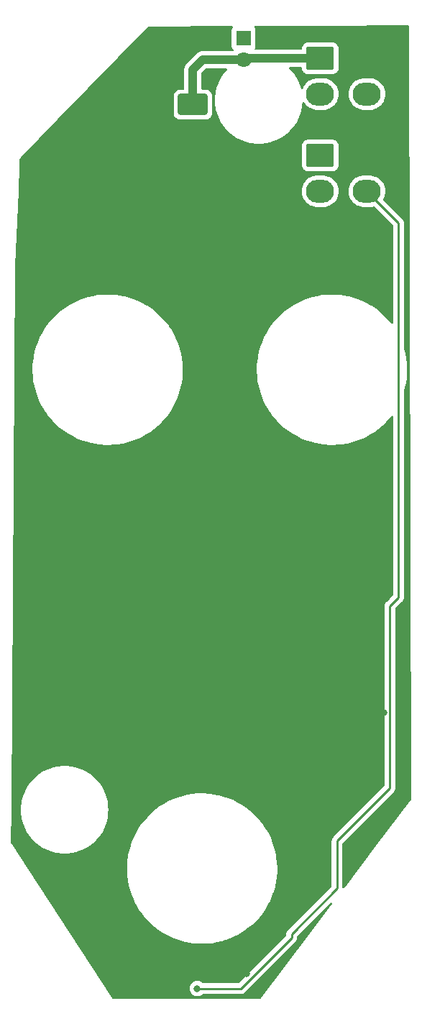
<source format=gbr>
%TF.GenerationSoftware,KiCad,Pcbnew,(6.0.9)*%
%TF.CreationDate,2023-01-06T08:37:15-09:00*%
%TF.ProjectId,APU PANEL,41505520-5041-44e4-954c-2e6b69636164,rev?*%
%TF.SameCoordinates,Original*%
%TF.FileFunction,Copper,L2,Bot*%
%TF.FilePolarity,Positive*%
%FSLAX46Y46*%
G04 Gerber Fmt 4.6, Leading zero omitted, Abs format (unit mm)*
G04 Created by KiCad (PCBNEW (6.0.9)) date 2023-01-06 08:37:15*
%MOMM*%
%LPD*%
G01*
G04 APERTURE LIST*
G04 Aperture macros list*
%AMRoundRect*
0 Rectangle with rounded corners*
0 $1 Rounding radius*
0 $2 $3 $4 $5 $6 $7 $8 $9 X,Y pos of 4 corners*
0 Add a 4 corners polygon primitive as box body*
4,1,4,$2,$3,$4,$5,$6,$7,$8,$9,$2,$3,0*
0 Add four circle primitives for the rounded corners*
1,1,$1+$1,$2,$3*
1,1,$1+$1,$4,$5*
1,1,$1+$1,$6,$7*
1,1,$1+$1,$8,$9*
0 Add four rect primitives between the rounded corners*
20,1,$1+$1,$2,$3,$4,$5,0*
20,1,$1+$1,$4,$5,$6,$7,0*
20,1,$1+$1,$6,$7,$8,$9,0*
20,1,$1+$1,$8,$9,$2,$3,0*%
G04 Aperture macros list end*
%TA.AperFunction,ComponentPad*%
%ADD10RoundRect,0.250001X-1.399999X1.099999X-1.399999X-1.099999X1.399999X-1.099999X1.399999X1.099999X0*%
%TD*%
%TA.AperFunction,ComponentPad*%
%ADD11O,3.300000X2.700000*%
%TD*%
%TA.AperFunction,SMDPad,CuDef*%
%ADD12RoundRect,0.250000X1.500000X1.000000X-1.500000X1.000000X-1.500000X-1.000000X1.500000X-1.000000X0*%
%TD*%
%TA.AperFunction,ComponentPad*%
%ADD13R,1.800000X1.800000*%
%TD*%
%TA.AperFunction,ComponentPad*%
%ADD14C,1.800000*%
%TD*%
%TA.AperFunction,ViaPad*%
%ADD15C,0.800000*%
%TD*%
%TA.AperFunction,Conductor*%
%ADD16C,1.000000*%
%TD*%
%TA.AperFunction,Conductor*%
%ADD17C,0.250000*%
%TD*%
G04 APERTURE END LIST*
D10*
%TO.P,J2,1,Pin_1*%
%TO.N,/LED+5V*%
X105039160Y-70670420D03*
D11*
%TO.P,J2,2,Pin_2*%
X105039160Y-74870420D03*
%TO.P,J2,3,Pin_3*%
%TO.N,/LEDGND*%
X110539160Y-70670420D03*
%TO.P,J2,4,Pin_4*%
%TO.N,/DATAOUT*%
X110539160Y-74870420D03*
%TD*%
D12*
%TO.P,C1,1*%
%TO.N,/LED+5V*%
X90040460Y-64673480D03*
%TO.P,C1,2*%
%TO.N,/LEDGND*%
X83540460Y-64673480D03*
%TD*%
D13*
%TO.P,D21,1,K*%
%TO.N,Net-(D21-Pad1)*%
X95999300Y-56855360D03*
D14*
%TO.P,D21,2,A*%
%TO.N,/LED+5V*%
X95999300Y-59395360D03*
%TD*%
D10*
%TO.P,J1,1,Pin_1*%
%TO.N,/LED+5V*%
X105039160Y-59227720D03*
D11*
%TO.P,J1,2,Pin_2*%
X105039160Y-63427720D03*
%TO.P,J1,3,Pin_3*%
%TO.N,/LEDGND*%
X110539160Y-59227720D03*
%TO.P,J1,4,Pin_4*%
%TO.N,/DATAIN*%
X110539160Y-63427720D03*
%TD*%
D15*
%TO.N,/LEDGND*%
X112514380Y-136253220D03*
X91795600Y-142283180D03*
X100944680Y-158224220D03*
X83822540Y-110878620D03*
X96393000Y-166987220D03*
X91564460Y-78325980D03*
X80837500Y-155587500D03*
X107965240Y-142295880D03*
X112892840Y-88516460D03*
X71262240Y-136362440D03*
X97312480Y-134157720D03*
X89484100Y-84734300D03*
X99982020Y-142242540D03*
X100189200Y-78179760D03*
X106609080Y-134391200D03*
X72600000Y-88450000D03*
X87579200Y-133637020D03*
X82181800Y-142151000D03*
X82016600Y-164195760D03*
%TO.N,/DATAOUT*%
X90556080Y-168752520D03*
%TD*%
D16*
%TO.N,/LED+5V*%
X90040460Y-64673480D02*
X90040460Y-60535820D01*
X96166940Y-59227720D02*
X95999300Y-59395360D01*
X90040460Y-60535820D02*
X91180920Y-59395360D01*
X91180920Y-59395360D02*
X95999300Y-59395360D01*
X105039160Y-59227720D02*
X96166940Y-59227720D01*
D17*
%TO.N,/DATAOUT*%
X114254280Y-78585540D02*
X110539160Y-74870420D01*
X90556080Y-168752520D02*
X95700702Y-168752520D01*
X113239381Y-145159899D02*
X113239381Y-123704181D01*
X101669681Y-162317599D02*
X107025440Y-156961840D01*
X101669681Y-162783541D02*
X101669681Y-162317599D01*
X107025440Y-156961840D02*
X107025440Y-151373840D01*
X114254280Y-122689282D02*
X114254280Y-78585540D01*
X95700702Y-168752520D02*
X101669681Y-162783541D01*
X113239381Y-123704181D02*
X114254280Y-122689282D01*
X107025440Y-151373840D02*
X113239381Y-145159899D01*
%TD*%
%TA.AperFunction,Conductor*%
%TO.N,/LEDGND*%
G36*
X115411264Y-55344453D02*
G01*
X115458017Y-55397882D01*
X115469659Y-55450432D01*
X115721309Y-146497524D01*
X115701495Y-146565700D01*
X115695721Y-146573987D01*
X111633707Y-151932634D01*
X107923310Y-156827424D01*
X107885352Y-156877498D01*
X107828261Y-156919702D01*
X107757416Y-156924340D01*
X107695310Y-156889940D01*
X107661660Y-156827424D01*
X107658940Y-156801383D01*
X107658940Y-151688434D01*
X107678942Y-151620313D01*
X107695845Y-151599339D01*
X113631628Y-145663556D01*
X113639918Y-145656012D01*
X113646399Y-145651899D01*
X113693040Y-145602231D01*
X113695794Y-145599390D01*
X113715516Y-145579668D01*
X113717993Y-145576475D01*
X113725698Y-145567454D01*
X113750540Y-145540999D01*
X113755967Y-145535220D01*
X113761742Y-145524715D01*
X113765727Y-145517467D01*
X113776583Y-145500940D01*
X113784138Y-145491201D01*
X113784139Y-145491199D01*
X113788995Y-145484939D01*
X113806555Y-145444359D01*
X113811772Y-145433711D01*
X113829256Y-145401908D01*
X113829257Y-145401906D01*
X113833076Y-145394959D01*
X113838114Y-145375336D01*
X113844518Y-145356633D01*
X113849414Y-145345319D01*
X113849414Y-145345318D01*
X113852562Y-145338044D01*
X113853801Y-145330221D01*
X113853804Y-145330211D01*
X113859480Y-145294375D01*
X113861886Y-145282755D01*
X113870909Y-145247610D01*
X113870909Y-145247609D01*
X113872881Y-145239929D01*
X113872881Y-145219675D01*
X113874432Y-145199964D01*
X113876361Y-145187785D01*
X113877601Y-145179956D01*
X113873440Y-145135937D01*
X113872881Y-145124080D01*
X113872881Y-124018776D01*
X113892883Y-123950655D01*
X113909786Y-123929680D01*
X114263897Y-123575570D01*
X114646538Y-123192929D01*
X114654817Y-123185395D01*
X114661298Y-123181282D01*
X114707924Y-123131630D01*
X114710678Y-123128789D01*
X114730415Y-123109052D01*
X114732895Y-123105855D01*
X114740600Y-123096833D01*
X114765439Y-123070382D01*
X114770866Y-123064603D01*
X114774685Y-123057657D01*
X114774687Y-123057654D01*
X114780628Y-123046848D01*
X114791479Y-123030329D01*
X114799038Y-123020583D01*
X114803894Y-123014323D01*
X114807039Y-123007054D01*
X114807042Y-123007050D01*
X114821454Y-122973745D01*
X114826671Y-122963095D01*
X114847975Y-122924342D01*
X114853013Y-122904719D01*
X114859417Y-122886016D01*
X114864313Y-122874702D01*
X114864313Y-122874701D01*
X114867461Y-122867427D01*
X114868700Y-122859604D01*
X114868703Y-122859594D01*
X114874379Y-122823758D01*
X114876785Y-122812138D01*
X114885808Y-122776993D01*
X114885808Y-122776992D01*
X114887780Y-122769312D01*
X114887780Y-122749058D01*
X114889331Y-122729347D01*
X114891260Y-122717168D01*
X114892500Y-122709339D01*
X114888339Y-122665320D01*
X114887780Y-122653463D01*
X114887780Y-98503855D01*
X114892601Y-98469336D01*
X114917113Y-98383287D01*
X115018503Y-98027353D01*
X115141594Y-97453184D01*
X115141896Y-97451115D01*
X115226059Y-96874200D01*
X115226060Y-96874187D01*
X115226362Y-96872120D01*
X115272435Y-96286715D01*
X115279609Y-95699544D01*
X115247853Y-95113189D01*
X115177307Y-94530227D01*
X115068281Y-93953222D01*
X114921254Y-93384712D01*
X114894152Y-93302763D01*
X114887780Y-93263200D01*
X114887780Y-78664307D01*
X114888307Y-78653124D01*
X114889982Y-78645631D01*
X114887842Y-78577554D01*
X114887780Y-78573595D01*
X114887780Y-78545684D01*
X114887275Y-78541684D01*
X114886342Y-78529841D01*
X114885202Y-78493569D01*
X114884953Y-78485650D01*
X114879302Y-78466198D01*
X114875294Y-78446846D01*
X114873747Y-78434603D01*
X114872754Y-78426743D01*
X114869836Y-78419372D01*
X114856480Y-78385637D01*
X114852635Y-78374410D01*
X114852001Y-78372227D01*
X114840298Y-78331947D01*
X114829987Y-78314512D01*
X114821292Y-78296764D01*
X114813832Y-78277923D01*
X114787844Y-78242153D01*
X114781328Y-78232233D01*
X114762860Y-78201005D01*
X114762858Y-78201002D01*
X114758822Y-78194178D01*
X114744501Y-78179857D01*
X114731660Y-78164823D01*
X114724411Y-78154846D01*
X114719752Y-78148433D01*
X114685675Y-78120242D01*
X114676896Y-78112252D01*
X112486339Y-75921694D01*
X112452313Y-75859382D01*
X112457378Y-75788566D01*
X112463925Y-75773932D01*
X112544650Y-75620499D01*
X112544653Y-75620493D01*
X112546775Y-75616459D01*
X112609538Y-75438732D01*
X112635062Y-75366453D01*
X112635062Y-75366452D01*
X112636585Y-75362140D01*
X112688741Y-75097520D01*
X112697942Y-74912697D01*
X112701924Y-74832712D01*
X112701924Y-74832706D01*
X112702151Y-74828143D01*
X112676535Y-74559651D01*
X112631202Y-74374387D01*
X112613515Y-74302108D01*
X112612429Y-74297670D01*
X112511175Y-74047687D01*
X112374895Y-73814938D01*
X112257088Y-73667628D01*
X112209296Y-73607867D01*
X112209295Y-73607865D01*
X112206444Y-73604301D01*
X112009351Y-73420186D01*
X111787744Y-73266452D01*
X111783661Y-73264421D01*
X111783658Y-73264419D01*
X111618766Y-73182387D01*
X111546266Y-73146319D01*
X111541932Y-73144898D01*
X111541929Y-73144897D01*
X111294307Y-73063722D01*
X111294301Y-73063721D01*
X111289974Y-73062302D01*
X111285482Y-73061522D01*
X111028020Y-73016819D01*
X111028012Y-73016818D01*
X111024239Y-73016163D01*
X111012977Y-73015602D01*
X110940582Y-73011998D01*
X110940574Y-73011998D01*
X110939011Y-73011920D01*
X110170648Y-73011920D01*
X110168380Y-73012085D01*
X110168368Y-73012085D01*
X110037276Y-73021597D01*
X109970156Y-73026467D01*
X109965701Y-73027451D01*
X109965698Y-73027451D01*
X109711248Y-73083629D01*
X109711244Y-73083630D01*
X109706788Y-73084614D01*
X109580680Y-73132392D01*
X109458842Y-73178552D01*
X109458839Y-73178553D01*
X109454572Y-73180170D01*
X109218792Y-73311134D01*
X109004387Y-73474763D01*
X108815848Y-73667628D01*
X108657126Y-73885690D01*
X108655004Y-73889724D01*
X108533670Y-74120341D01*
X108533667Y-74120347D01*
X108531545Y-74124381D01*
X108530025Y-74128686D01*
X108530023Y-74128690D01*
X108443258Y-74374387D01*
X108441735Y-74378700D01*
X108389579Y-74643320D01*
X108389352Y-74647873D01*
X108389352Y-74647876D01*
X108380151Y-74832712D01*
X108376169Y-74912697D01*
X108401785Y-75181189D01*
X108402870Y-75185623D01*
X108402871Y-75185629D01*
X108464805Y-75438732D01*
X108465891Y-75443170D01*
X108567145Y-75693153D01*
X108703425Y-75925902D01*
X108706278Y-75929469D01*
X108823846Y-76076480D01*
X108871876Y-76136539D01*
X109068969Y-76320654D01*
X109290576Y-76474388D01*
X109294659Y-76476419D01*
X109294662Y-76476421D01*
X109410173Y-76533886D01*
X109532054Y-76594521D01*
X109536388Y-76595942D01*
X109536391Y-76595943D01*
X109784013Y-76677118D01*
X109784019Y-76677119D01*
X109788346Y-76678538D01*
X109792837Y-76679318D01*
X109792838Y-76679318D01*
X110050300Y-76724021D01*
X110050308Y-76724022D01*
X110054081Y-76724677D01*
X110057918Y-76724868D01*
X110137738Y-76728842D01*
X110137746Y-76728842D01*
X110139309Y-76728920D01*
X110907672Y-76728920D01*
X110909940Y-76728755D01*
X110909952Y-76728755D01*
X111041044Y-76719243D01*
X111108164Y-76714373D01*
X111112619Y-76713389D01*
X111112622Y-76713389D01*
X111351227Y-76660709D01*
X111422058Y-76665555D01*
X111467486Y-76694651D01*
X113583875Y-78811040D01*
X113617901Y-78873352D01*
X113620780Y-78900135D01*
X113620780Y-90350809D01*
X113600778Y-90418930D01*
X113547122Y-90465423D01*
X113476848Y-90475527D01*
X113412268Y-90446033D01*
X113394551Y-90427164D01*
X113289831Y-90289700D01*
X113289815Y-90289680D01*
X113288560Y-90288033D01*
X112902540Y-89845529D01*
X112488041Y-89429581D01*
X112321647Y-89283400D01*
X112048460Y-89043400D01*
X112048459Y-89043400D01*
X112046888Y-89042019D01*
X111581019Y-88684545D01*
X111092483Y-88358732D01*
X110995214Y-88302800D01*
X110585242Y-88067055D01*
X110585230Y-88067049D01*
X110583429Y-88066013D01*
X110056094Y-87807674D01*
X110054165Y-87806883D01*
X110054152Y-87806877D01*
X109514736Y-87585647D01*
X109514730Y-87585645D01*
X109512797Y-87584852D01*
X109510824Y-87584192D01*
X109510819Y-87584190D01*
X109246091Y-87495613D01*
X108955927Y-87398526D01*
X108953926Y-87398001D01*
X108389936Y-87250040D01*
X108389922Y-87250037D01*
X108387933Y-87249515D01*
X107811313Y-87138476D01*
X107809249Y-87138219D01*
X107809237Y-87138217D01*
X107519957Y-87102185D01*
X107228601Y-87065895D01*
X107226517Y-87065775D01*
X107226508Y-87065774D01*
X106685961Y-87034606D01*
X106685957Y-87034606D01*
X106684138Y-87034501D01*
X106273707Y-87034501D01*
X105839107Y-87048918D01*
X105837029Y-87049125D01*
X105837020Y-87049126D01*
X105256866Y-87107033D01*
X105256855Y-87107035D01*
X105254796Y-87107240D01*
X105252752Y-87107582D01*
X105252745Y-87107583D01*
X104677681Y-87203816D01*
X104677668Y-87203819D01*
X104675634Y-87204159D01*
X104673628Y-87204633D01*
X104673619Y-87204635D01*
X104106195Y-87338768D01*
X104104169Y-87339247D01*
X103913186Y-87398001D01*
X103544901Y-87511300D01*
X103544890Y-87511304D01*
X103542913Y-87511912D01*
X103540977Y-87512651D01*
X103540972Y-87512653D01*
X103327911Y-87594013D01*
X102994335Y-87721394D01*
X102460845Y-87966772D01*
X102459006Y-87967771D01*
X102459003Y-87967772D01*
X102278066Y-88066013D01*
X101944791Y-88246966D01*
X101448440Y-88560746D01*
X101446774Y-88561961D01*
X101446762Y-88561969D01*
X100975644Y-88905515D01*
X100975636Y-88905521D01*
X100973977Y-88906731D01*
X100523486Y-89283400D01*
X100098949Y-89689096D01*
X99702232Y-90122036D01*
X99700934Y-90123656D01*
X99700929Y-90123662D01*
X99419033Y-90475527D01*
X99335081Y-90580316D01*
X98999108Y-91061922D01*
X98998033Y-91063703D01*
X98998033Y-91063704D01*
X98696870Y-91562946D01*
X98696863Y-91562959D01*
X98695792Y-91564734D01*
X98426466Y-92086544D01*
X98192315Y-92625055D01*
X97994368Y-93177900D01*
X97833495Y-93742649D01*
X97710404Y-94316818D01*
X97710103Y-94318882D01*
X97710102Y-94318887D01*
X97679571Y-94528174D01*
X97625636Y-94897882D01*
X97579563Y-95483287D01*
X97572389Y-96070458D01*
X97604145Y-96656813D01*
X97674691Y-97239775D01*
X97783717Y-97816780D01*
X97930744Y-98385290D01*
X98115125Y-98942807D01*
X98115912Y-98944745D01*
X98335260Y-99484934D01*
X98335267Y-99484950D01*
X98336050Y-99486878D01*
X98336968Y-99488769D01*
X98336970Y-99488773D01*
X98431504Y-99683458D01*
X98592546Y-100015112D01*
X98883487Y-100525185D01*
X98884621Y-100526899D01*
X98884627Y-100526908D01*
X99004542Y-100708080D01*
X99207592Y-101014856D01*
X99208836Y-101016489D01*
X99208841Y-101016496D01*
X99339465Y-101187964D01*
X99563438Y-101481969D01*
X99949458Y-101924473D01*
X100363957Y-102340421D01*
X100365520Y-102341794D01*
X100365522Y-102341796D01*
X100531863Y-102487930D01*
X100805110Y-102727983D01*
X101270979Y-103085457D01*
X101759515Y-103411270D01*
X101761336Y-103412317D01*
X102266756Y-103702947D01*
X102266768Y-103702953D01*
X102268569Y-103703989D01*
X102795904Y-103962328D01*
X102797833Y-103963119D01*
X102797846Y-103963125D01*
X103337262Y-104184355D01*
X103337268Y-104184357D01*
X103339201Y-104185150D01*
X103341174Y-104185810D01*
X103341179Y-104185812D01*
X103554981Y-104257349D01*
X103896071Y-104371476D01*
X103898071Y-104372001D01*
X103898072Y-104372001D01*
X104462062Y-104519962D01*
X104462076Y-104519965D01*
X104464065Y-104520487D01*
X105040685Y-104631526D01*
X105042749Y-104631783D01*
X105042761Y-104631785D01*
X105291461Y-104662762D01*
X105623397Y-104704107D01*
X105625481Y-104704227D01*
X105625490Y-104704228D01*
X106166037Y-104735396D01*
X106166041Y-104735396D01*
X106167860Y-104735501D01*
X106578291Y-104735501D01*
X107012891Y-104721084D01*
X107014969Y-104720877D01*
X107014978Y-104720876D01*
X107595132Y-104662969D01*
X107595143Y-104662967D01*
X107597202Y-104662762D01*
X107599246Y-104662420D01*
X107599253Y-104662419D01*
X108174317Y-104566186D01*
X108174330Y-104566183D01*
X108176364Y-104565843D01*
X108178370Y-104565369D01*
X108178379Y-104565367D01*
X108745803Y-104431234D01*
X108745805Y-104431233D01*
X108747829Y-104430755D01*
X108964481Y-104364104D01*
X109307097Y-104258702D01*
X109307108Y-104258698D01*
X109309085Y-104258090D01*
X109311021Y-104257351D01*
X109311026Y-104257349D01*
X109524087Y-104175989D01*
X109857663Y-104048608D01*
X110391153Y-103803230D01*
X110392995Y-103802230D01*
X110905373Y-103524032D01*
X110905378Y-103524029D01*
X110907207Y-103523036D01*
X111403558Y-103209256D01*
X111405224Y-103208041D01*
X111405236Y-103208033D01*
X111876354Y-102864487D01*
X111876362Y-102864481D01*
X111878021Y-102863271D01*
X112328512Y-102486602D01*
X112753049Y-102080906D01*
X113149766Y-101647966D01*
X113282755Y-101481969D01*
X113396446Y-101340059D01*
X113454648Y-101299402D01*
X113525592Y-101296665D01*
X113586753Y-101332718D01*
X113618714Y-101396114D01*
X113620780Y-101418840D01*
X113620780Y-122374687D01*
X113600778Y-122442808D01*
X113583875Y-122463783D01*
X113188063Y-122859594D01*
X112847123Y-123200534D01*
X112838844Y-123208068D01*
X112832363Y-123212181D01*
X112785738Y-123261832D01*
X112782983Y-123264674D01*
X112763246Y-123284411D01*
X112760766Y-123287608D01*
X112753063Y-123296628D01*
X112722795Y-123328860D01*
X112718976Y-123335806D01*
X112718974Y-123335809D01*
X112713033Y-123346615D01*
X112702182Y-123363134D01*
X112689767Y-123379140D01*
X112686622Y-123386409D01*
X112686619Y-123386413D01*
X112672207Y-123419718D01*
X112666990Y-123430368D01*
X112645686Y-123469121D01*
X112643715Y-123476796D01*
X112643715Y-123476797D01*
X112640648Y-123488743D01*
X112634244Y-123507447D01*
X112626200Y-123526036D01*
X112624961Y-123533859D01*
X112624958Y-123533869D01*
X112619282Y-123569705D01*
X112616876Y-123581325D01*
X112605881Y-123624151D01*
X112605881Y-123644405D01*
X112604330Y-123664115D01*
X112601161Y-123684124D01*
X112601907Y-123692016D01*
X112605322Y-123728142D01*
X112605881Y-123740000D01*
X112605881Y-144845305D01*
X112585879Y-144913426D01*
X112568976Y-144934400D01*
X106633187Y-150870188D01*
X106624901Y-150877728D01*
X106618422Y-150881840D01*
X106612997Y-150887617D01*
X106571797Y-150931491D01*
X106569042Y-150934333D01*
X106549305Y-150954070D01*
X106546825Y-150957267D01*
X106539122Y-150966287D01*
X106508854Y-150998519D01*
X106505035Y-151005465D01*
X106505033Y-151005468D01*
X106499092Y-151016274D01*
X106488241Y-151032793D01*
X106475826Y-151048799D01*
X106472681Y-151056068D01*
X106472678Y-151056072D01*
X106458266Y-151089377D01*
X106453049Y-151100027D01*
X106431745Y-151138780D01*
X106429774Y-151146455D01*
X106429774Y-151146456D01*
X106426707Y-151158402D01*
X106420303Y-151177106D01*
X106412259Y-151195695D01*
X106411020Y-151203518D01*
X106411017Y-151203528D01*
X106405341Y-151239364D01*
X106402935Y-151250984D01*
X106391940Y-151293810D01*
X106391940Y-151314064D01*
X106390389Y-151333774D01*
X106387220Y-151353783D01*
X106387966Y-151361675D01*
X106391381Y-151397801D01*
X106391940Y-151409659D01*
X106391940Y-156647246D01*
X106371938Y-156715367D01*
X106355035Y-156736341D01*
X103647577Y-159443798D01*
X101277428Y-161813947D01*
X101269142Y-161821487D01*
X101262663Y-161825599D01*
X101257238Y-161831376D01*
X101216038Y-161875250D01*
X101213283Y-161878092D01*
X101193546Y-161897829D01*
X101191066Y-161901026D01*
X101183363Y-161910046D01*
X101153095Y-161942278D01*
X101149276Y-161949224D01*
X101149274Y-161949227D01*
X101143333Y-161960033D01*
X101132482Y-161976552D01*
X101120067Y-161992558D01*
X101116922Y-161999827D01*
X101116919Y-161999831D01*
X101102507Y-162033136D01*
X101097290Y-162043786D01*
X101075986Y-162082539D01*
X101074015Y-162090214D01*
X101074015Y-162090215D01*
X101070948Y-162102161D01*
X101064544Y-162120865D01*
X101056500Y-162139454D01*
X101055261Y-162147277D01*
X101055258Y-162147287D01*
X101049582Y-162183123D01*
X101047176Y-162194743D01*
X101036181Y-162237569D01*
X101036181Y-162257823D01*
X101034630Y-162277533D01*
X101031461Y-162297542D01*
X101032207Y-162305434D01*
X101035622Y-162341560D01*
X101036181Y-162353418D01*
X101036181Y-162468947D01*
X101016179Y-162537068D01*
X100999276Y-162558042D01*
X95475202Y-168082115D01*
X95412890Y-168116141D01*
X95386107Y-168119020D01*
X91264280Y-168119020D01*
X91196159Y-168099018D01*
X91176933Y-168082677D01*
X91176660Y-168082980D01*
X91171748Y-168078557D01*
X91167333Y-168073654D01*
X91012832Y-167961402D01*
X91006804Y-167958718D01*
X91006802Y-167958717D01*
X90844399Y-167886411D01*
X90844398Y-167886411D01*
X90838368Y-167883726D01*
X90744967Y-167863873D01*
X90658024Y-167845392D01*
X90658019Y-167845392D01*
X90651567Y-167844020D01*
X90460593Y-167844020D01*
X90454141Y-167845392D01*
X90454136Y-167845392D01*
X90367193Y-167863873D01*
X90273792Y-167883726D01*
X90267762Y-167886411D01*
X90267761Y-167886411D01*
X90105358Y-167958717D01*
X90105356Y-167958718D01*
X90099328Y-167961402D01*
X89944827Y-168073654D01*
X89940406Y-168078564D01*
X89940405Y-168078565D01*
X89906572Y-168116141D01*
X89817040Y-168215576D01*
X89721553Y-168380964D01*
X89662538Y-168562592D01*
X89642576Y-168752520D01*
X89662538Y-168942448D01*
X89721553Y-169124076D01*
X89817040Y-169289464D01*
X89821458Y-169294371D01*
X89821459Y-169294372D01*
X89903532Y-169385523D01*
X89944827Y-169431386D01*
X90099328Y-169543638D01*
X90105356Y-169546322D01*
X90105358Y-169546323D01*
X90267761Y-169618629D01*
X90273792Y-169621314D01*
X90367193Y-169641167D01*
X90454136Y-169659648D01*
X90454141Y-169659648D01*
X90460593Y-169661020D01*
X90651567Y-169661020D01*
X90658019Y-169659648D01*
X90658024Y-169659648D01*
X90744967Y-169641167D01*
X90838368Y-169621314D01*
X90844399Y-169618629D01*
X91006802Y-169546323D01*
X91006804Y-169546322D01*
X91012832Y-169543638D01*
X91167333Y-169431386D01*
X91171748Y-169426483D01*
X91176660Y-169422060D01*
X91177785Y-169423309D01*
X91231094Y-169390469D01*
X91264280Y-169386020D01*
X95621935Y-169386020D01*
X95633118Y-169386547D01*
X95640611Y-169388222D01*
X95648537Y-169387973D01*
X95648538Y-169387973D01*
X95708688Y-169386082D01*
X95712647Y-169386020D01*
X95740558Y-169386020D01*
X95744493Y-169385523D01*
X95744558Y-169385515D01*
X95756395Y-169384582D01*
X95788653Y-169383568D01*
X95792672Y-169383442D01*
X95800591Y-169383193D01*
X95820045Y-169377541D01*
X95839402Y-169373533D01*
X95851632Y-169371988D01*
X95851633Y-169371988D01*
X95859499Y-169370994D01*
X95866870Y-169368075D01*
X95866872Y-169368075D01*
X95900614Y-169354716D01*
X95911844Y-169350871D01*
X95946685Y-169340749D01*
X95946686Y-169340749D01*
X95954295Y-169338538D01*
X95961114Y-169334505D01*
X95961119Y-169334503D01*
X95971730Y-169328227D01*
X95989478Y-169319532D01*
X96008319Y-169312072D01*
X96044089Y-169286084D01*
X96054009Y-169279568D01*
X96085237Y-169261100D01*
X96085240Y-169261098D01*
X96092064Y-169257062D01*
X96106385Y-169242741D01*
X96121419Y-169229900D01*
X96131396Y-169222651D01*
X96137809Y-169217992D01*
X96166000Y-169183915D01*
X96173990Y-169175136D01*
X102061934Y-163287193D01*
X102070220Y-163279653D01*
X102076699Y-163275541D01*
X102123325Y-163225889D01*
X102126079Y-163223048D01*
X102145816Y-163203311D01*
X102148296Y-163200114D01*
X102156001Y-163191092D01*
X102186267Y-163158862D01*
X102190086Y-163151916D01*
X102190088Y-163151913D01*
X102196029Y-163141107D01*
X102206880Y-163124588D01*
X102214439Y-163114842D01*
X102219295Y-163108582D01*
X102222440Y-163101313D01*
X102222443Y-163101309D01*
X102236855Y-163068004D01*
X102242072Y-163057354D01*
X102263376Y-163018601D01*
X102268414Y-162998978D01*
X102274818Y-162980275D01*
X102279714Y-162968961D01*
X102279714Y-162968960D01*
X102282862Y-162961686D01*
X102284101Y-162953863D01*
X102284104Y-162953853D01*
X102289780Y-162918017D01*
X102292186Y-162906397D01*
X102301209Y-162871252D01*
X102301209Y-162871251D01*
X102303181Y-162863571D01*
X102303181Y-162843317D01*
X102304732Y-162823606D01*
X102306661Y-162811427D01*
X102307901Y-162803598D01*
X102303740Y-162759579D01*
X102303181Y-162747722D01*
X102303181Y-162632193D01*
X102323183Y-162564072D01*
X102340086Y-162543098D01*
X106207630Y-158675555D01*
X106269942Y-158641529D01*
X106340758Y-158646594D01*
X106397593Y-158689141D01*
X106422404Y-158755661D01*
X106407313Y-158825035D01*
X106397138Y-158840764D01*
X103804848Y-162260536D01*
X98032389Y-169875615D01*
X97975298Y-169917819D01*
X97931977Y-169925500D01*
X80607981Y-169925500D01*
X80539860Y-169905498D01*
X80502396Y-169868260D01*
X70694734Y-154807958D01*
X82268890Y-154807958D01*
X82300646Y-155394313D01*
X82371192Y-155977275D01*
X82480218Y-156554280D01*
X82627245Y-157122790D01*
X82811626Y-157680307D01*
X82812413Y-157682245D01*
X83031761Y-158222434D01*
X83031768Y-158222450D01*
X83032551Y-158224378D01*
X83033469Y-158226269D01*
X83033471Y-158226273D01*
X83251630Y-158675555D01*
X83289047Y-158752612D01*
X83579988Y-159262685D01*
X83581122Y-159264399D01*
X83581128Y-159264408D01*
X83701043Y-159445580D01*
X83904093Y-159752356D01*
X84259939Y-160219469D01*
X84645959Y-160661973D01*
X85060458Y-161077921D01*
X85062021Y-161079294D01*
X85062023Y-161079296D01*
X85228364Y-161225430D01*
X85501611Y-161465483D01*
X85967480Y-161822957D01*
X85969214Y-161824114D01*
X85969219Y-161824117D01*
X86346299Y-162075598D01*
X86456016Y-162148770D01*
X86457837Y-162149817D01*
X86963257Y-162440447D01*
X86963269Y-162440453D01*
X86965070Y-162441489D01*
X87492405Y-162699828D01*
X87494334Y-162700619D01*
X87494347Y-162700625D01*
X88033763Y-162921855D01*
X88033769Y-162921857D01*
X88035702Y-162922650D01*
X88037675Y-162923310D01*
X88037680Y-162923312D01*
X88128958Y-162953853D01*
X88592572Y-163108976D01*
X88594572Y-163109501D01*
X88594573Y-163109501D01*
X89158563Y-163257462D01*
X89158577Y-163257465D01*
X89160566Y-163257987D01*
X89737186Y-163369026D01*
X89739250Y-163369283D01*
X89739262Y-163369285D01*
X89987962Y-163400262D01*
X90319898Y-163441607D01*
X90321982Y-163441727D01*
X90321991Y-163441728D01*
X90862538Y-163472896D01*
X90862542Y-163472896D01*
X90864361Y-163473001D01*
X91274792Y-163473001D01*
X91709392Y-163458584D01*
X91711470Y-163458377D01*
X91711479Y-163458376D01*
X92291633Y-163400469D01*
X92291644Y-163400467D01*
X92293703Y-163400262D01*
X92295747Y-163399920D01*
X92295754Y-163399919D01*
X92870818Y-163303686D01*
X92870831Y-163303683D01*
X92872865Y-163303343D01*
X92874871Y-163302869D01*
X92874880Y-163302867D01*
X93442304Y-163168734D01*
X93442306Y-163168733D01*
X93444330Y-163168255D01*
X93804855Y-163057343D01*
X94003598Y-162996202D01*
X94003609Y-162996198D01*
X94005586Y-162995590D01*
X94007522Y-162994851D01*
X94007527Y-162994849D01*
X94351309Y-162863571D01*
X94554164Y-162786108D01*
X95087654Y-162540730D01*
X95219862Y-162468947D01*
X95601874Y-162261532D01*
X95601879Y-162261529D01*
X95603708Y-162260536D01*
X95873129Y-162090215D01*
X96098297Y-161947870D01*
X96098299Y-161947868D01*
X96100059Y-161946756D01*
X96101725Y-161945541D01*
X96101737Y-161945533D01*
X96572855Y-161601987D01*
X96572863Y-161601981D01*
X96574522Y-161600771D01*
X97025013Y-161224102D01*
X97449550Y-160818406D01*
X97846267Y-160385466D01*
X97979256Y-160219469D01*
X98212109Y-159928820D01*
X98212110Y-159928819D01*
X98213418Y-159927186D01*
X98549391Y-159445580D01*
X98658681Y-159264408D01*
X98851629Y-158944556D01*
X98851636Y-158944543D01*
X98852707Y-158942768D01*
X98913474Y-158825035D01*
X99121074Y-158422816D01*
X99122033Y-158420958D01*
X99356184Y-157882447D01*
X99507712Y-157459247D01*
X99553419Y-157331591D01*
X99553420Y-157331587D01*
X99554131Y-157329602D01*
X99715004Y-156764853D01*
X99838095Y-156190684D01*
X99838397Y-156188615D01*
X99922560Y-155611700D01*
X99922561Y-155611687D01*
X99922863Y-155609620D01*
X99968936Y-155024215D01*
X99976110Y-154437044D01*
X99944354Y-153850689D01*
X99873808Y-153267727D01*
X99833099Y-153052281D01*
X99765173Y-152692790D01*
X99765171Y-152692783D01*
X99764782Y-152690722D01*
X99617755Y-152122212D01*
X99433374Y-151564695D01*
X99339607Y-151333775D01*
X99213239Y-151022568D01*
X99213232Y-151022552D01*
X99212449Y-151020624D01*
X99201716Y-150998519D01*
X98956863Y-150494264D01*
X98956863Y-150494263D01*
X98955953Y-150492390D01*
X98665012Y-149982317D01*
X98595495Y-149877287D01*
X98342047Y-149494368D01*
X98342044Y-149494363D01*
X98340907Y-149492646D01*
X98321251Y-149466843D01*
X98117240Y-149199042D01*
X97985061Y-149025533D01*
X97599041Y-148583029D01*
X97184542Y-148167081D01*
X97018148Y-148020900D01*
X96744961Y-147780900D01*
X96744960Y-147780900D01*
X96743389Y-147779519D01*
X96277520Y-147422045D01*
X96022048Y-147251666D01*
X95790734Y-147097399D01*
X95790732Y-147097398D01*
X95788984Y-147096232D01*
X95606434Y-146991261D01*
X95281743Y-146804555D01*
X95281731Y-146804549D01*
X95279930Y-146803513D01*
X94752595Y-146545174D01*
X94750666Y-146544383D01*
X94750653Y-146544377D01*
X94211237Y-146323147D01*
X94211231Y-146323145D01*
X94209298Y-146322352D01*
X94207325Y-146321692D01*
X94207320Y-146321690D01*
X93942592Y-146233113D01*
X93652428Y-146136026D01*
X93650427Y-146135501D01*
X93086437Y-145987540D01*
X93086423Y-145987537D01*
X93084434Y-145987015D01*
X92507814Y-145875976D01*
X92505750Y-145875719D01*
X92505738Y-145875717D01*
X92216458Y-145839685D01*
X91925102Y-145803395D01*
X91923018Y-145803275D01*
X91923009Y-145803274D01*
X91382462Y-145772106D01*
X91382458Y-145772106D01*
X91380639Y-145772001D01*
X90970208Y-145772001D01*
X90535608Y-145786418D01*
X90533530Y-145786625D01*
X90533521Y-145786626D01*
X89953367Y-145844533D01*
X89953356Y-145844535D01*
X89951297Y-145844740D01*
X89949253Y-145845082D01*
X89949246Y-145845083D01*
X89374182Y-145941316D01*
X89374169Y-145941319D01*
X89372135Y-145941659D01*
X89370129Y-145942133D01*
X89370120Y-145942135D01*
X88802696Y-146076268D01*
X88800670Y-146076747D01*
X88609687Y-146135501D01*
X88241402Y-146248800D01*
X88241391Y-146248804D01*
X88239414Y-146249412D01*
X88237478Y-146250151D01*
X88237473Y-146250153D01*
X88024412Y-146331513D01*
X87690836Y-146458894D01*
X87157346Y-146704272D01*
X87155507Y-146705271D01*
X87155504Y-146705272D01*
X86720531Y-146941443D01*
X86641292Y-146984466D01*
X86144941Y-147298246D01*
X86143275Y-147299461D01*
X86143263Y-147299469D01*
X85672145Y-147643015D01*
X85672137Y-147643021D01*
X85670478Y-147644231D01*
X85219987Y-148020900D01*
X85218492Y-148022328D01*
X85218486Y-148022334D01*
X85068456Y-148165706D01*
X84795450Y-148426596D01*
X84794038Y-148428137D01*
X84794036Y-148428139D01*
X84642499Y-148593513D01*
X84398733Y-148859536D01*
X84397435Y-148861156D01*
X84397430Y-148861162D01*
X84257876Y-149035354D01*
X84031582Y-149317816D01*
X83695609Y-149799422D01*
X83694534Y-149801203D01*
X83694534Y-149801204D01*
X83393371Y-150300446D01*
X83393364Y-150300459D01*
X83392293Y-150302234D01*
X83122967Y-150824044D01*
X83122133Y-150825961D01*
X83122133Y-150825962D01*
X82915260Y-151301739D01*
X82888816Y-151362555D01*
X82888111Y-151364524D01*
X82888109Y-151364529D01*
X82749738Y-151750985D01*
X82690869Y-151915400D01*
X82529996Y-152480149D01*
X82406905Y-153054318D01*
X82406604Y-153056382D01*
X82406603Y-153056387D01*
X82376072Y-153265674D01*
X82322137Y-153635382D01*
X82276064Y-154220787D01*
X82268890Y-154807958D01*
X70694734Y-154807958D01*
X68653122Y-151672930D01*
X68632710Y-151603231D01*
X68661788Y-147701001D01*
X69774453Y-147701001D01*
X69794071Y-148150336D01*
X69794432Y-148153075D01*
X69851244Y-148584604D01*
X69852777Y-148596252D01*
X69950124Y-149035354D01*
X70085370Y-149464302D01*
X70257488Y-149879829D01*
X70465165Y-150278774D01*
X70706823Y-150658101D01*
X70708487Y-150660269D01*
X70708495Y-150660281D01*
X70973368Y-151005468D01*
X70980622Y-151014922D01*
X70982480Y-151016950D01*
X70982487Y-151016958D01*
X71196932Y-151250984D01*
X71284477Y-151346523D01*
X71286497Y-151348374D01*
X71614042Y-151648513D01*
X71614050Y-151648520D01*
X71616078Y-151650378D01*
X71618270Y-151652060D01*
X71970719Y-151922505D01*
X71970731Y-151922513D01*
X71972899Y-151924177D01*
X72352226Y-152165835D01*
X72751171Y-152373512D01*
X73166698Y-152545630D01*
X73440061Y-152631821D01*
X73593022Y-152680049D01*
X73593029Y-152680051D01*
X73595646Y-152680876D01*
X73598331Y-152681471D01*
X73598330Y-152681471D01*
X74032050Y-152777625D01*
X74032053Y-152777626D01*
X74034748Y-152778223D01*
X74037478Y-152778582D01*
X74037487Y-152778584D01*
X74257706Y-152807576D01*
X74480664Y-152836929D01*
X74749455Y-152848664D01*
X74813047Y-152851441D01*
X74813052Y-152851441D01*
X74814424Y-152851501D01*
X75045574Y-152851501D01*
X75046946Y-152851441D01*
X75046951Y-152851441D01*
X75110543Y-152848664D01*
X75379334Y-152836929D01*
X75602292Y-152807576D01*
X75822511Y-152778584D01*
X75822520Y-152778582D01*
X75825250Y-152778223D01*
X75827945Y-152777626D01*
X75827948Y-152777625D01*
X76261668Y-152681471D01*
X76261667Y-152681471D01*
X76264352Y-152680876D01*
X76266969Y-152680051D01*
X76266976Y-152680049D01*
X76419937Y-152631821D01*
X76693300Y-152545630D01*
X77108827Y-152373512D01*
X77507772Y-152165835D01*
X77887099Y-151924177D01*
X77889267Y-151922513D01*
X77889279Y-151922505D01*
X78241728Y-151652060D01*
X78243920Y-151650378D01*
X78245948Y-151648520D01*
X78245956Y-151648513D01*
X78573501Y-151348374D01*
X78575521Y-151346523D01*
X78663066Y-151250984D01*
X78877511Y-151016958D01*
X78877518Y-151016950D01*
X78879376Y-151014922D01*
X78886630Y-151005468D01*
X79151503Y-150660281D01*
X79151511Y-150660269D01*
X79153175Y-150658101D01*
X79394833Y-150278774D01*
X79602510Y-149879829D01*
X79774628Y-149464302D01*
X79909874Y-149035354D01*
X80007221Y-148596252D01*
X80008755Y-148584604D01*
X80065566Y-148153075D01*
X80065927Y-148150336D01*
X80085545Y-147701001D01*
X80065927Y-147251666D01*
X80031644Y-146991261D01*
X80007582Y-146808489D01*
X80007580Y-146808480D01*
X80007221Y-146805750D01*
X79995144Y-146751272D01*
X79910469Y-146369332D01*
X79909874Y-146366648D01*
X79896159Y-146323147D01*
X79837367Y-146136684D01*
X79774628Y-145937700D01*
X79607914Y-145535220D01*
X79603563Y-145524715D01*
X79603562Y-145524714D01*
X79602510Y-145522173D01*
X79394833Y-145123228D01*
X79223576Y-144854408D01*
X79154650Y-144746216D01*
X79154648Y-144746213D01*
X79153175Y-144743901D01*
X79151511Y-144741733D01*
X79151503Y-144741721D01*
X78881058Y-144389272D01*
X78879376Y-144387080D01*
X78877518Y-144385052D01*
X78877511Y-144385044D01*
X78577372Y-144057499D01*
X78575521Y-144055479D01*
X78573501Y-144053628D01*
X78245956Y-143753489D01*
X78245948Y-143753482D01*
X78243920Y-143751624D01*
X78241728Y-143749942D01*
X77889279Y-143479497D01*
X77889267Y-143479489D01*
X77887099Y-143477825D01*
X77507772Y-143236167D01*
X77108827Y-143028490D01*
X76693300Y-142856372D01*
X76419937Y-142770181D01*
X76266976Y-142721953D01*
X76266969Y-142721951D01*
X76264352Y-142721126D01*
X76180374Y-142702508D01*
X75827948Y-142624377D01*
X75827945Y-142624376D01*
X75825250Y-142623779D01*
X75822520Y-142623420D01*
X75822511Y-142623418D01*
X75602292Y-142594426D01*
X75379334Y-142565073D01*
X75110543Y-142553338D01*
X75046951Y-142550561D01*
X75046946Y-142550561D01*
X75045574Y-142550501D01*
X74814424Y-142550501D01*
X74813052Y-142550561D01*
X74813047Y-142550561D01*
X74749455Y-142553338D01*
X74480664Y-142565073D01*
X74257706Y-142594426D01*
X74037487Y-142623418D01*
X74037478Y-142623420D01*
X74034748Y-142623779D01*
X74032053Y-142624376D01*
X74032050Y-142624377D01*
X73679624Y-142702508D01*
X73595646Y-142721126D01*
X73593029Y-142721951D01*
X73593022Y-142721953D01*
X73440061Y-142770181D01*
X73166698Y-142856372D01*
X72751171Y-143028490D01*
X72352226Y-143236167D01*
X71972899Y-143477825D01*
X71970731Y-143479489D01*
X71970719Y-143479497D01*
X71618270Y-143749942D01*
X71616078Y-143751624D01*
X71614050Y-143753482D01*
X71614042Y-143753489D01*
X71286497Y-144053628D01*
X71284477Y-144055479D01*
X71282626Y-144057499D01*
X70982487Y-144385044D01*
X70982480Y-144385052D01*
X70980622Y-144387080D01*
X70978940Y-144389272D01*
X70708495Y-144741721D01*
X70708487Y-144741733D01*
X70706823Y-144743901D01*
X70705350Y-144746213D01*
X70705348Y-144746216D01*
X70636422Y-144854408D01*
X70465165Y-145123228D01*
X70257488Y-145522173D01*
X70256436Y-145524714D01*
X70256435Y-145524715D01*
X70252084Y-145535220D01*
X70085370Y-145937700D01*
X70022631Y-146136684D01*
X69963840Y-146323147D01*
X69950124Y-146366648D01*
X69949529Y-146369332D01*
X69864855Y-146751272D01*
X69852777Y-146805750D01*
X69852418Y-146808480D01*
X69852416Y-146808489D01*
X69828354Y-146991261D01*
X69794071Y-147251666D01*
X69774453Y-147701001D01*
X68661788Y-147701001D01*
X69046515Y-96070458D01*
X71156390Y-96070458D01*
X71188146Y-96656813D01*
X71258692Y-97239775D01*
X71367718Y-97816780D01*
X71514745Y-98385290D01*
X71699126Y-98942807D01*
X71699913Y-98944745D01*
X71919261Y-99484934D01*
X71919268Y-99484950D01*
X71920051Y-99486878D01*
X71920969Y-99488769D01*
X71920971Y-99488773D01*
X72015505Y-99683458D01*
X72176547Y-100015112D01*
X72467488Y-100525185D01*
X72468622Y-100526899D01*
X72468628Y-100526908D01*
X72588543Y-100708080D01*
X72791593Y-101014856D01*
X72792837Y-101016489D01*
X72792842Y-101016496D01*
X72923466Y-101187964D01*
X73147439Y-101481969D01*
X73533459Y-101924473D01*
X73947958Y-102340421D01*
X73949521Y-102341794D01*
X73949523Y-102341796D01*
X74115864Y-102487930D01*
X74389111Y-102727983D01*
X74854980Y-103085457D01*
X75343516Y-103411270D01*
X75345337Y-103412317D01*
X75850757Y-103702947D01*
X75850769Y-103702953D01*
X75852570Y-103703989D01*
X76379905Y-103962328D01*
X76381834Y-103963119D01*
X76381847Y-103963125D01*
X76921263Y-104184355D01*
X76921269Y-104184357D01*
X76923202Y-104185150D01*
X76925175Y-104185810D01*
X76925180Y-104185812D01*
X77138982Y-104257349D01*
X77480072Y-104371476D01*
X77482072Y-104372001D01*
X77482073Y-104372001D01*
X78046063Y-104519962D01*
X78046077Y-104519965D01*
X78048066Y-104520487D01*
X78624686Y-104631526D01*
X78626750Y-104631783D01*
X78626762Y-104631785D01*
X78875462Y-104662762D01*
X79207398Y-104704107D01*
X79209482Y-104704227D01*
X79209491Y-104704228D01*
X79750038Y-104735396D01*
X79750042Y-104735396D01*
X79751861Y-104735501D01*
X80162292Y-104735501D01*
X80596892Y-104721084D01*
X80598970Y-104720877D01*
X80598979Y-104720876D01*
X81179133Y-104662969D01*
X81179144Y-104662967D01*
X81181203Y-104662762D01*
X81183247Y-104662420D01*
X81183254Y-104662419D01*
X81758318Y-104566186D01*
X81758331Y-104566183D01*
X81760365Y-104565843D01*
X81762371Y-104565369D01*
X81762380Y-104565367D01*
X82329804Y-104431234D01*
X82329806Y-104431233D01*
X82331830Y-104430755D01*
X82548482Y-104364104D01*
X82891098Y-104258702D01*
X82891109Y-104258698D01*
X82893086Y-104258090D01*
X82895022Y-104257351D01*
X82895027Y-104257349D01*
X83108088Y-104175989D01*
X83441664Y-104048608D01*
X83975154Y-103803230D01*
X83976996Y-103802230D01*
X84489374Y-103524032D01*
X84489379Y-103524029D01*
X84491208Y-103523036D01*
X84987559Y-103209256D01*
X84989225Y-103208041D01*
X84989237Y-103208033D01*
X85460355Y-102864487D01*
X85460363Y-102864481D01*
X85462022Y-102863271D01*
X85912513Y-102486602D01*
X86337050Y-102080906D01*
X86733767Y-101647966D01*
X86866756Y-101481969D01*
X87099609Y-101191320D01*
X87099610Y-101191319D01*
X87100918Y-101189686D01*
X87436891Y-100708080D01*
X87546181Y-100526908D01*
X87739129Y-100207056D01*
X87739136Y-100207043D01*
X87740207Y-100205268D01*
X88009533Y-99683458D01*
X88243684Y-99144947D01*
X88441631Y-98592102D01*
X88602504Y-98027353D01*
X88725595Y-97453184D01*
X88725897Y-97451115D01*
X88810060Y-96874200D01*
X88810061Y-96874187D01*
X88810363Y-96872120D01*
X88856436Y-96286715D01*
X88863610Y-95699544D01*
X88831854Y-95113189D01*
X88761308Y-94530227D01*
X88652282Y-93953222D01*
X88505255Y-93384712D01*
X88320874Y-92827195D01*
X88238015Y-92623139D01*
X88100739Y-92285068D01*
X88100732Y-92285052D01*
X88099949Y-92283124D01*
X88005427Y-92088462D01*
X87844363Y-91756764D01*
X87844363Y-91756763D01*
X87843453Y-91754890D01*
X87552512Y-91244817D01*
X87432637Y-91063704D01*
X87229547Y-90756868D01*
X87229544Y-90756863D01*
X87228407Y-90755146D01*
X87204782Y-90724133D01*
X86873817Y-90289682D01*
X86872561Y-90288033D01*
X86486541Y-89845529D01*
X86072042Y-89429581D01*
X85905648Y-89283400D01*
X85632461Y-89043400D01*
X85632460Y-89043400D01*
X85630889Y-89042019D01*
X85165020Y-88684545D01*
X84676484Y-88358732D01*
X84579215Y-88302800D01*
X84169243Y-88067055D01*
X84169231Y-88067049D01*
X84167430Y-88066013D01*
X83640095Y-87807674D01*
X83638166Y-87806883D01*
X83638153Y-87806877D01*
X83098737Y-87585647D01*
X83098731Y-87585645D01*
X83096798Y-87584852D01*
X83094825Y-87584192D01*
X83094820Y-87584190D01*
X82830092Y-87495613D01*
X82539928Y-87398526D01*
X82537927Y-87398001D01*
X81973937Y-87250040D01*
X81973923Y-87250037D01*
X81971934Y-87249515D01*
X81395314Y-87138476D01*
X81393250Y-87138219D01*
X81393238Y-87138217D01*
X81103958Y-87102185D01*
X80812602Y-87065895D01*
X80810518Y-87065775D01*
X80810509Y-87065774D01*
X80269962Y-87034606D01*
X80269958Y-87034606D01*
X80268139Y-87034501D01*
X79857708Y-87034501D01*
X79423108Y-87048918D01*
X79421030Y-87049125D01*
X79421021Y-87049126D01*
X78840867Y-87107033D01*
X78840856Y-87107035D01*
X78838797Y-87107240D01*
X78836753Y-87107582D01*
X78836746Y-87107583D01*
X78261682Y-87203816D01*
X78261669Y-87203819D01*
X78259635Y-87204159D01*
X78257629Y-87204633D01*
X78257620Y-87204635D01*
X77690196Y-87338768D01*
X77688170Y-87339247D01*
X77497187Y-87398001D01*
X77128902Y-87511300D01*
X77128891Y-87511304D01*
X77126914Y-87511912D01*
X77124978Y-87512651D01*
X77124973Y-87512653D01*
X76911912Y-87594013D01*
X76578336Y-87721394D01*
X76044846Y-87966772D01*
X76043007Y-87967771D01*
X76043004Y-87967772D01*
X75862067Y-88066013D01*
X75528792Y-88246966D01*
X75032441Y-88560746D01*
X75030775Y-88561961D01*
X75030763Y-88561969D01*
X74559645Y-88905515D01*
X74559637Y-88905521D01*
X74557978Y-88906731D01*
X74107487Y-89283400D01*
X73682950Y-89689096D01*
X73286233Y-90122036D01*
X73284935Y-90123656D01*
X73284930Y-90123662D01*
X73003034Y-90475527D01*
X72919082Y-90580316D01*
X72583109Y-91061922D01*
X72582034Y-91063703D01*
X72582034Y-91063704D01*
X72280871Y-91562946D01*
X72280864Y-91562959D01*
X72279793Y-91564734D01*
X72010467Y-92086544D01*
X71776316Y-92625055D01*
X71578369Y-93177900D01*
X71417496Y-93742649D01*
X71294405Y-94316818D01*
X71294104Y-94318882D01*
X71294103Y-94318887D01*
X71263572Y-94528174D01*
X71209637Y-94897882D01*
X71163564Y-95483287D01*
X71156390Y-96070458D01*
X69046515Y-96070458D01*
X69139210Y-83630783D01*
X69139306Y-83626726D01*
X69415874Y-76657211D01*
X69485101Y-74912697D01*
X102876169Y-74912697D01*
X102901785Y-75181189D01*
X102902870Y-75185623D01*
X102902871Y-75185629D01*
X102964805Y-75438732D01*
X102965891Y-75443170D01*
X103067145Y-75693153D01*
X103203425Y-75925902D01*
X103206278Y-75929469D01*
X103323846Y-76076480D01*
X103371876Y-76136539D01*
X103568969Y-76320654D01*
X103790576Y-76474388D01*
X103794659Y-76476419D01*
X103794662Y-76476421D01*
X103910173Y-76533886D01*
X104032054Y-76594521D01*
X104036388Y-76595942D01*
X104036391Y-76595943D01*
X104284013Y-76677118D01*
X104284019Y-76677119D01*
X104288346Y-76678538D01*
X104292837Y-76679318D01*
X104292838Y-76679318D01*
X104550300Y-76724021D01*
X104550308Y-76724022D01*
X104554081Y-76724677D01*
X104557918Y-76724868D01*
X104637738Y-76728842D01*
X104637746Y-76728842D01*
X104639309Y-76728920D01*
X105407672Y-76728920D01*
X105409940Y-76728755D01*
X105409952Y-76728755D01*
X105541044Y-76719243D01*
X105608164Y-76714373D01*
X105612619Y-76713389D01*
X105612622Y-76713389D01*
X105867072Y-76657211D01*
X105867076Y-76657210D01*
X105871532Y-76656226D01*
X105997640Y-76608448D01*
X106119478Y-76562288D01*
X106119481Y-76562287D01*
X106123748Y-76560670D01*
X106359528Y-76429706D01*
X106573933Y-76266077D01*
X106762472Y-76073212D01*
X106921194Y-75855150D01*
X107004350Y-75697096D01*
X107044650Y-75620499D01*
X107044653Y-75620493D01*
X107046775Y-75616459D01*
X107109538Y-75438732D01*
X107135062Y-75366453D01*
X107135062Y-75366452D01*
X107136585Y-75362140D01*
X107188741Y-75097520D01*
X107197942Y-74912697D01*
X107201924Y-74832712D01*
X107201924Y-74832706D01*
X107202151Y-74828143D01*
X107176535Y-74559651D01*
X107131202Y-74374387D01*
X107113515Y-74302108D01*
X107112429Y-74297670D01*
X107011175Y-74047687D01*
X106874895Y-73814938D01*
X106757088Y-73667628D01*
X106709296Y-73607867D01*
X106709295Y-73607865D01*
X106706444Y-73604301D01*
X106509351Y-73420186D01*
X106287744Y-73266452D01*
X106283661Y-73264421D01*
X106283658Y-73264419D01*
X106118766Y-73182387D01*
X106046266Y-73146319D01*
X106041932Y-73144898D01*
X106041929Y-73144897D01*
X105794307Y-73063722D01*
X105794301Y-73063721D01*
X105789974Y-73062302D01*
X105785482Y-73061522D01*
X105528020Y-73016819D01*
X105528012Y-73016818D01*
X105524239Y-73016163D01*
X105512977Y-73015602D01*
X105440582Y-73011998D01*
X105440574Y-73011998D01*
X105439011Y-73011920D01*
X104670648Y-73011920D01*
X104668380Y-73012085D01*
X104668368Y-73012085D01*
X104537276Y-73021597D01*
X104470156Y-73026467D01*
X104465701Y-73027451D01*
X104465698Y-73027451D01*
X104211248Y-73083629D01*
X104211244Y-73083630D01*
X104206788Y-73084614D01*
X104080680Y-73132392D01*
X103958842Y-73178552D01*
X103958839Y-73178553D01*
X103954572Y-73180170D01*
X103718792Y-73311134D01*
X103504387Y-73474763D01*
X103315848Y-73667628D01*
X103157126Y-73885690D01*
X103155004Y-73889724D01*
X103033670Y-74120341D01*
X103033667Y-74120347D01*
X103031545Y-74124381D01*
X103030025Y-74128686D01*
X103030023Y-74128690D01*
X102943258Y-74374387D01*
X102941735Y-74378700D01*
X102889579Y-74643320D01*
X102889352Y-74647873D01*
X102889352Y-74647876D01*
X102880151Y-74832712D01*
X102876169Y-74912697D01*
X69485101Y-74912697D01*
X69607795Y-71820820D01*
X102880660Y-71820820D01*
X102891634Y-71926585D01*
X102947610Y-72094365D01*
X103040682Y-72244768D01*
X103165857Y-72369725D01*
X103172087Y-72373565D01*
X103172088Y-72373566D01*
X103309250Y-72458114D01*
X103316422Y-72462535D01*
X103396165Y-72488984D01*
X103477771Y-72516052D01*
X103477773Y-72516052D01*
X103484299Y-72518217D01*
X103491135Y-72518917D01*
X103491138Y-72518918D01*
X103534191Y-72523329D01*
X103588760Y-72528920D01*
X106489560Y-72528920D01*
X106492806Y-72528583D01*
X106492810Y-72528583D01*
X106588467Y-72518658D01*
X106588471Y-72518657D01*
X106595325Y-72517946D01*
X106601861Y-72515765D01*
X106601863Y-72515765D01*
X106733965Y-72471692D01*
X106763105Y-72461970D01*
X106913508Y-72368898D01*
X107038465Y-72243723D01*
X107131275Y-72093158D01*
X107186957Y-71925281D01*
X107197660Y-71820820D01*
X107197660Y-69520020D01*
X107186686Y-69414255D01*
X107130710Y-69246475D01*
X107037638Y-69096072D01*
X106912463Y-68971115D01*
X106906232Y-68967274D01*
X106768128Y-68882145D01*
X106768126Y-68882144D01*
X106761898Y-68878305D01*
X106601414Y-68825075D01*
X106600549Y-68824788D01*
X106600547Y-68824788D01*
X106594021Y-68822623D01*
X106587185Y-68821923D01*
X106587182Y-68821922D01*
X106544129Y-68817511D01*
X106489560Y-68811920D01*
X103588760Y-68811920D01*
X103585514Y-68812257D01*
X103585510Y-68812257D01*
X103489853Y-68822182D01*
X103489849Y-68822183D01*
X103482995Y-68822894D01*
X103476459Y-68825075D01*
X103476457Y-68825075D01*
X103344355Y-68869148D01*
X103315215Y-68878870D01*
X103164812Y-68971942D01*
X103039855Y-69097117D01*
X102947045Y-69247682D01*
X102891363Y-69415559D01*
X102880660Y-69520020D01*
X102880660Y-71820820D01*
X69607795Y-71820820D01*
X69637247Y-71078629D01*
X69659934Y-71011355D01*
X69672903Y-70995694D01*
X69808242Y-70856794D01*
X74132416Y-66418825D01*
X84760679Y-55510871D01*
X84822544Y-55476040D01*
X84850312Y-55472803D01*
X94608446Y-55425434D01*
X94676663Y-55445106D01*
X94723416Y-55498535D01*
X94733861Y-55568759D01*
X94709884Y-55626997D01*
X94648685Y-55708655D01*
X94597555Y-55845044D01*
X94590800Y-55907226D01*
X94590800Y-57803494D01*
X94597555Y-57865676D01*
X94648685Y-58002065D01*
X94736039Y-58118621D01*
X94743219Y-58124002D01*
X94743220Y-58124003D01*
X94791296Y-58160034D01*
X94833811Y-58216893D01*
X94838837Y-58287712D01*
X94804777Y-58350005D01*
X94742446Y-58383995D01*
X94715731Y-58386860D01*
X91242763Y-58386860D01*
X91229156Y-58386123D01*
X91197658Y-58382701D01*
X91197653Y-58382701D01*
X91191532Y-58382036D01*
X91165282Y-58384333D01*
X91141532Y-58386410D01*
X91136706Y-58386739D01*
X91134234Y-58386860D01*
X91131151Y-58386860D01*
X91119182Y-58388034D01*
X91088414Y-58391050D01*
X91087101Y-58391172D01*
X91042836Y-58395045D01*
X90994507Y-58399273D01*
X90989388Y-58400760D01*
X90984087Y-58401280D01*
X90895086Y-58428151D01*
X90893953Y-58428486D01*
X90810506Y-58452730D01*
X90810502Y-58452732D01*
X90804584Y-58454451D01*
X90799852Y-58456904D01*
X90794751Y-58458444D01*
X90789308Y-58461338D01*
X90712660Y-58502091D01*
X90711494Y-58502703D01*
X90634467Y-58542631D01*
X90628994Y-58545468D01*
X90624831Y-58548791D01*
X90620124Y-58551294D01*
X90548002Y-58610115D01*
X90547146Y-58610806D01*
X90507947Y-58642098D01*
X90505443Y-58644602D01*
X90504725Y-58645244D01*
X90500392Y-58648945D01*
X90466858Y-58676295D01*
X90462931Y-58681042D01*
X90462929Y-58681044D01*
X90437633Y-58711622D01*
X90429643Y-58720402D01*
X89371081Y-59778965D01*
X89360938Y-59788067D01*
X89331435Y-59811788D01*
X89327468Y-59816516D01*
X89299169Y-59850241D01*
X89295988Y-59853889D01*
X89294345Y-59855701D01*
X89292151Y-59857895D01*
X89264818Y-59891169D01*
X89264156Y-59891967D01*
X89204306Y-59963294D01*
X89201738Y-59967964D01*
X89198357Y-59972081D01*
X89167320Y-60029965D01*
X89154483Y-60053906D01*
X89153854Y-60055065D01*
X89111998Y-60131201D01*
X89111995Y-60131209D01*
X89109027Y-60136607D01*
X89107415Y-60141689D01*
X89104898Y-60146383D01*
X89077698Y-60235351D01*
X89077378Y-60236379D01*
X89049225Y-60325126D01*
X89048631Y-60330422D01*
X89047073Y-60335518D01*
X89042416Y-60381370D01*
X89037678Y-60428007D01*
X89037549Y-60429213D01*
X89031960Y-60479047D01*
X89031960Y-60482574D01*
X89031905Y-60483559D01*
X89031458Y-60489239D01*
X89027086Y-60532282D01*
X89027666Y-60538413D01*
X89031401Y-60577929D01*
X89031960Y-60589787D01*
X89031960Y-62788980D01*
X89011958Y-62857101D01*
X88958302Y-62903594D01*
X88905960Y-62914980D01*
X88490060Y-62914980D01*
X88486814Y-62915317D01*
X88486810Y-62915317D01*
X88391152Y-62925242D01*
X88391148Y-62925243D01*
X88384294Y-62925954D01*
X88377758Y-62928135D01*
X88377756Y-62928135D01*
X88340748Y-62940482D01*
X88216514Y-62981930D01*
X88066112Y-63075002D01*
X87941155Y-63200177D01*
X87848345Y-63350742D01*
X87836835Y-63385443D01*
X87810306Y-63465428D01*
X87792663Y-63518619D01*
X87781960Y-63623080D01*
X87781960Y-65723880D01*
X87792934Y-65829646D01*
X87795115Y-65836182D01*
X87795115Y-65836184D01*
X87816687Y-65900843D01*
X87848910Y-65997426D01*
X87941982Y-66147828D01*
X88067157Y-66272785D01*
X88073387Y-66276625D01*
X88073388Y-66276626D01*
X88210550Y-66361174D01*
X88217722Y-66365595D01*
X88297465Y-66392044D01*
X88379071Y-66419112D01*
X88379073Y-66419112D01*
X88385599Y-66421277D01*
X88392435Y-66421977D01*
X88392438Y-66421978D01*
X88435491Y-66426389D01*
X88490060Y-66431980D01*
X91590860Y-66431980D01*
X91594106Y-66431643D01*
X91594110Y-66431643D01*
X91689768Y-66421718D01*
X91689772Y-66421717D01*
X91696626Y-66421006D01*
X91703162Y-66418825D01*
X91703164Y-66418825D01*
X91835266Y-66374752D01*
X91864406Y-66365030D01*
X92014808Y-66271958D01*
X92139765Y-66146783D01*
X92232575Y-65996218D01*
X92288257Y-65828341D01*
X92298960Y-65723880D01*
X92298960Y-63623080D01*
X92287986Y-63517314D01*
X92270676Y-63465428D01*
X92234328Y-63356482D01*
X92232010Y-63349534D01*
X92138938Y-63199132D01*
X92013763Y-63074175D01*
X92007532Y-63070334D01*
X91869428Y-62985205D01*
X91869426Y-62985204D01*
X91863198Y-62981365D01*
X91702714Y-62928135D01*
X91701849Y-62927848D01*
X91701847Y-62927848D01*
X91695321Y-62925683D01*
X91688485Y-62924983D01*
X91688482Y-62924982D01*
X91645429Y-62920571D01*
X91590860Y-62914980D01*
X91174960Y-62914980D01*
X91106839Y-62894978D01*
X91060346Y-62841322D01*
X91048960Y-62788980D01*
X91048960Y-61005746D01*
X91068962Y-60937625D01*
X91085864Y-60916651D01*
X91561749Y-60440765D01*
X91624062Y-60406740D01*
X91650845Y-60403860D01*
X93936576Y-60403860D01*
X94004697Y-60423862D01*
X94051190Y-60477518D01*
X94061294Y-60547792D01*
X94029473Y-60614984D01*
X93842487Y-60819044D01*
X93842480Y-60819052D01*
X93840622Y-60821080D01*
X93838940Y-60823272D01*
X93568495Y-61175721D01*
X93568487Y-61175733D01*
X93566823Y-61177901D01*
X93325165Y-61557228D01*
X93117488Y-61956173D01*
X92945370Y-62371700D01*
X92921621Y-62447024D01*
X92812213Y-62794024D01*
X92810124Y-62800648D01*
X92809529Y-62803332D01*
X92722699Y-63194997D01*
X92712777Y-63239750D01*
X92712418Y-63242480D01*
X92712416Y-63242489D01*
X92683424Y-63462708D01*
X92654071Y-63685666D01*
X92634453Y-64135001D01*
X92654071Y-64584336D01*
X92668898Y-64696960D01*
X92707376Y-64989224D01*
X92712777Y-65030252D01*
X92713374Y-65032947D01*
X92713375Y-65032950D01*
X92758527Y-65236618D01*
X92810124Y-65469354D01*
X92945370Y-65898302D01*
X93117488Y-66313829D01*
X93325165Y-66712774D01*
X93566823Y-67092101D01*
X93568487Y-67094269D01*
X93568495Y-67094281D01*
X93838940Y-67446730D01*
X93840622Y-67448922D01*
X93842480Y-67450950D01*
X93842487Y-67450958D01*
X94142626Y-67778503D01*
X94144477Y-67780523D01*
X94146497Y-67782374D01*
X94474042Y-68082513D01*
X94474050Y-68082520D01*
X94476078Y-68084378D01*
X94478270Y-68086060D01*
X94830719Y-68356505D01*
X94830731Y-68356513D01*
X94832899Y-68358177D01*
X95212226Y-68599835D01*
X95611171Y-68807512D01*
X96026698Y-68979630D01*
X96300061Y-69065821D01*
X96453022Y-69114049D01*
X96453029Y-69114051D01*
X96455646Y-69114876D01*
X96458331Y-69115471D01*
X96458330Y-69115471D01*
X96892050Y-69211625D01*
X96892053Y-69211626D01*
X96894748Y-69212223D01*
X96897478Y-69212582D01*
X96897487Y-69212584D01*
X97107588Y-69240244D01*
X97340664Y-69270929D01*
X97609455Y-69282664D01*
X97673047Y-69285441D01*
X97673052Y-69285441D01*
X97674424Y-69285501D01*
X97905574Y-69285501D01*
X97906946Y-69285441D01*
X97906951Y-69285441D01*
X97970543Y-69282664D01*
X98239334Y-69270929D01*
X98472410Y-69240244D01*
X98682511Y-69212584D01*
X98682520Y-69212582D01*
X98685250Y-69212223D01*
X98687945Y-69211626D01*
X98687948Y-69211625D01*
X99121668Y-69115471D01*
X99121667Y-69115471D01*
X99124352Y-69114876D01*
X99126969Y-69114051D01*
X99126976Y-69114049D01*
X99279937Y-69065821D01*
X99553300Y-68979630D01*
X99968827Y-68807512D01*
X100367772Y-68599835D01*
X100747099Y-68358177D01*
X100749267Y-68356513D01*
X100749279Y-68356505D01*
X101101728Y-68086060D01*
X101103920Y-68084378D01*
X101105948Y-68082520D01*
X101105956Y-68082513D01*
X101433501Y-67782374D01*
X101435521Y-67780523D01*
X101437372Y-67778503D01*
X101737511Y-67450958D01*
X101737518Y-67450950D01*
X101739376Y-67448922D01*
X101741058Y-67446730D01*
X102011503Y-67094281D01*
X102011511Y-67094269D01*
X102013175Y-67092101D01*
X102254833Y-66712774D01*
X102462510Y-66313829D01*
X102634628Y-65898302D01*
X102769874Y-65469354D01*
X102821471Y-65236618D01*
X102866623Y-65032950D01*
X102866624Y-65032947D01*
X102867221Y-65030252D01*
X102872623Y-64989224D01*
X102911100Y-64696960D01*
X102925927Y-64584336D01*
X102930515Y-64479267D01*
X102930649Y-64476191D01*
X102953604Y-64409007D01*
X103009236Y-64364899D01*
X103079884Y-64357870D01*
X103143117Y-64390153D01*
X103165257Y-64418015D01*
X103203425Y-64483202D01*
X103206278Y-64486769D01*
X103323846Y-64633780D01*
X103371876Y-64693839D01*
X103568969Y-64877954D01*
X103790576Y-65031688D01*
X103794659Y-65033719D01*
X103794662Y-65033721D01*
X103910173Y-65091186D01*
X104032054Y-65151821D01*
X104036388Y-65153242D01*
X104036391Y-65153243D01*
X104284013Y-65234418D01*
X104284019Y-65234419D01*
X104288346Y-65235838D01*
X104292837Y-65236618D01*
X104292838Y-65236618D01*
X104550300Y-65281321D01*
X104550308Y-65281322D01*
X104554081Y-65281977D01*
X104557918Y-65282168D01*
X104637738Y-65286142D01*
X104637746Y-65286142D01*
X104639309Y-65286220D01*
X105407672Y-65286220D01*
X105409940Y-65286055D01*
X105409952Y-65286055D01*
X105541044Y-65276543D01*
X105608164Y-65271673D01*
X105612619Y-65270689D01*
X105612622Y-65270689D01*
X105867072Y-65214511D01*
X105867076Y-65214510D01*
X105871532Y-65213526D01*
X105997640Y-65165748D01*
X106119478Y-65119588D01*
X106119481Y-65119587D01*
X106123748Y-65117970D01*
X106359528Y-64987006D01*
X106573933Y-64823377D01*
X106762472Y-64630512D01*
X106921194Y-64412450D01*
X107004350Y-64254396D01*
X107044650Y-64177799D01*
X107044653Y-64177793D01*
X107046775Y-64173759D01*
X107109538Y-63996032D01*
X107135062Y-63923753D01*
X107135062Y-63923752D01*
X107136585Y-63919440D01*
X107173147Y-63733937D01*
X107187860Y-63659292D01*
X107187861Y-63659286D01*
X107188741Y-63654820D01*
X107188968Y-63650264D01*
X107197942Y-63469997D01*
X108376169Y-63469997D01*
X108401785Y-63738489D01*
X108402870Y-63742923D01*
X108402871Y-63742929D01*
X108464805Y-63996032D01*
X108465891Y-64000470D01*
X108567145Y-64250453D01*
X108703425Y-64483202D01*
X108706278Y-64486769D01*
X108823846Y-64633780D01*
X108871876Y-64693839D01*
X109068969Y-64877954D01*
X109290576Y-65031688D01*
X109294659Y-65033719D01*
X109294662Y-65033721D01*
X109410173Y-65091186D01*
X109532054Y-65151821D01*
X109536388Y-65153242D01*
X109536391Y-65153243D01*
X109784013Y-65234418D01*
X109784019Y-65234419D01*
X109788346Y-65235838D01*
X109792837Y-65236618D01*
X109792838Y-65236618D01*
X110050300Y-65281321D01*
X110050308Y-65281322D01*
X110054081Y-65281977D01*
X110057918Y-65282168D01*
X110137738Y-65286142D01*
X110137746Y-65286142D01*
X110139309Y-65286220D01*
X110907672Y-65286220D01*
X110909940Y-65286055D01*
X110909952Y-65286055D01*
X111041044Y-65276543D01*
X111108164Y-65271673D01*
X111112619Y-65270689D01*
X111112622Y-65270689D01*
X111367072Y-65214511D01*
X111367076Y-65214510D01*
X111371532Y-65213526D01*
X111497640Y-65165748D01*
X111619478Y-65119588D01*
X111619481Y-65119587D01*
X111623748Y-65117970D01*
X111859528Y-64987006D01*
X112073933Y-64823377D01*
X112262472Y-64630512D01*
X112421194Y-64412450D01*
X112504350Y-64254396D01*
X112544650Y-64177799D01*
X112544653Y-64177793D01*
X112546775Y-64173759D01*
X112609538Y-63996032D01*
X112635062Y-63923753D01*
X112635062Y-63923752D01*
X112636585Y-63919440D01*
X112673147Y-63733937D01*
X112687860Y-63659292D01*
X112687861Y-63659286D01*
X112688741Y-63654820D01*
X112688968Y-63650264D01*
X112701924Y-63390012D01*
X112701924Y-63390006D01*
X112702151Y-63385443D01*
X112676535Y-63116951D01*
X112667539Y-63080184D01*
X112613515Y-62859408D01*
X112612429Y-62854970D01*
X112511175Y-62604987D01*
X112374895Y-62372238D01*
X112257088Y-62224928D01*
X112209296Y-62165167D01*
X112209295Y-62165165D01*
X112206444Y-62161601D01*
X112009351Y-61977486D01*
X111787744Y-61823752D01*
X111783661Y-61821721D01*
X111783658Y-61821719D01*
X111618766Y-61739687D01*
X111546266Y-61703619D01*
X111541932Y-61702198D01*
X111541929Y-61702197D01*
X111294307Y-61621022D01*
X111294301Y-61621021D01*
X111289974Y-61619602D01*
X111285482Y-61618822D01*
X111028020Y-61574119D01*
X111028012Y-61574118D01*
X111024239Y-61573463D01*
X111012977Y-61572902D01*
X110940582Y-61569298D01*
X110940574Y-61569298D01*
X110939011Y-61569220D01*
X110170648Y-61569220D01*
X110168380Y-61569385D01*
X110168368Y-61569385D01*
X110037276Y-61578897D01*
X109970156Y-61583767D01*
X109965701Y-61584751D01*
X109965698Y-61584751D01*
X109711248Y-61640929D01*
X109711244Y-61640930D01*
X109706788Y-61641914D01*
X109580680Y-61689692D01*
X109458842Y-61735852D01*
X109458839Y-61735853D01*
X109454572Y-61737470D01*
X109218792Y-61868434D01*
X109004387Y-62032063D01*
X108815848Y-62224928D01*
X108657126Y-62442990D01*
X108655004Y-62447024D01*
X108533670Y-62677641D01*
X108533667Y-62677647D01*
X108531545Y-62681681D01*
X108530025Y-62685986D01*
X108530023Y-62685990D01*
X108456221Y-62894978D01*
X108441735Y-62936000D01*
X108416555Y-63063752D01*
X108390892Y-63193959D01*
X108389579Y-63200620D01*
X108389352Y-63205173D01*
X108389352Y-63205176D01*
X108380151Y-63390012D01*
X108376169Y-63469997D01*
X107197942Y-63469997D01*
X107201924Y-63390012D01*
X107201924Y-63390006D01*
X107202151Y-63385443D01*
X107176535Y-63116951D01*
X107167539Y-63080184D01*
X107113515Y-62859408D01*
X107112429Y-62854970D01*
X107011175Y-62604987D01*
X106874895Y-62372238D01*
X106757088Y-62224928D01*
X106709296Y-62165167D01*
X106709295Y-62165165D01*
X106706444Y-62161601D01*
X106509351Y-61977486D01*
X106287744Y-61823752D01*
X106283661Y-61821721D01*
X106283658Y-61821719D01*
X106118766Y-61739687D01*
X106046266Y-61703619D01*
X106041932Y-61702198D01*
X106041929Y-61702197D01*
X105794307Y-61621022D01*
X105794301Y-61621021D01*
X105789974Y-61619602D01*
X105785482Y-61618822D01*
X105528020Y-61574119D01*
X105528012Y-61574118D01*
X105524239Y-61573463D01*
X105512977Y-61572902D01*
X105440582Y-61569298D01*
X105440574Y-61569298D01*
X105439011Y-61569220D01*
X104670648Y-61569220D01*
X104668380Y-61569385D01*
X104668368Y-61569385D01*
X104537276Y-61578897D01*
X104470156Y-61583767D01*
X104465701Y-61584751D01*
X104465698Y-61584751D01*
X104211248Y-61640929D01*
X104211244Y-61640930D01*
X104206788Y-61641914D01*
X104080680Y-61689692D01*
X103958842Y-61735852D01*
X103958839Y-61735853D01*
X103954572Y-61737470D01*
X103718792Y-61868434D01*
X103504387Y-62032063D01*
X103315848Y-62224928D01*
X103157126Y-62442990D01*
X103155004Y-62447024D01*
X103033670Y-62677641D01*
X103033667Y-62677647D01*
X103031545Y-62681681D01*
X103004803Y-62757408D01*
X102999061Y-62773667D01*
X102957517Y-62831239D01*
X102891442Y-62857212D01*
X102821814Y-62843339D01*
X102770740Y-62794024D01*
X102760084Y-62769599D01*
X102634628Y-62371700D01*
X102462510Y-61956173D01*
X102254833Y-61557228D01*
X102013175Y-61177901D01*
X102011511Y-61175733D01*
X102011503Y-61175721D01*
X101741058Y-60823272D01*
X101739376Y-60821080D01*
X101737518Y-60819052D01*
X101737511Y-60819044D01*
X101437372Y-60491499D01*
X101435521Y-60489479D01*
X101398021Y-60455116D01*
X101361310Y-60394349D01*
X101363281Y-60323380D01*
X101403307Y-60264742D01*
X101468682Y-60237053D01*
X101483145Y-60236220D01*
X102754660Y-60236220D01*
X102822781Y-60256222D01*
X102869274Y-60309878D01*
X102880660Y-60362220D01*
X102880660Y-60378120D01*
X102880997Y-60381366D01*
X102880997Y-60381370D01*
X102883630Y-60406740D01*
X102891634Y-60483885D01*
X102893815Y-60490421D01*
X102893815Y-60490423D01*
X102909826Y-60538413D01*
X102947610Y-60651665D01*
X103040682Y-60802068D01*
X103165857Y-60927025D01*
X103172087Y-60930865D01*
X103172088Y-60930866D01*
X103309250Y-61015414D01*
X103316422Y-61019835D01*
X103396165Y-61046284D01*
X103477771Y-61073352D01*
X103477773Y-61073352D01*
X103484299Y-61075517D01*
X103491135Y-61076217D01*
X103491138Y-61076218D01*
X103534191Y-61080629D01*
X103588760Y-61086220D01*
X106489560Y-61086220D01*
X106492806Y-61085883D01*
X106492810Y-61085883D01*
X106588467Y-61075958D01*
X106588471Y-61075957D01*
X106595325Y-61075246D01*
X106601861Y-61073065D01*
X106601863Y-61073065D01*
X106733965Y-61028992D01*
X106763105Y-61019270D01*
X106913508Y-60926198D01*
X107038465Y-60801023D01*
X107131275Y-60650458D01*
X107165328Y-60547792D01*
X107184792Y-60489109D01*
X107184792Y-60489107D01*
X107186957Y-60482581D01*
X107187678Y-60475550D01*
X107192973Y-60423862D01*
X107197660Y-60378120D01*
X107197660Y-58077320D01*
X107197323Y-58074070D01*
X107187398Y-57978413D01*
X107187397Y-57978409D01*
X107186686Y-57971555D01*
X107130710Y-57803775D01*
X107037638Y-57653372D01*
X106912463Y-57528415D01*
X106906232Y-57524574D01*
X106768128Y-57439445D01*
X106768126Y-57439444D01*
X106761898Y-57435605D01*
X106601414Y-57382375D01*
X106600549Y-57382088D01*
X106600547Y-57382088D01*
X106594021Y-57379923D01*
X106587185Y-57379223D01*
X106587182Y-57379222D01*
X106544129Y-57374811D01*
X106489560Y-57369220D01*
X103588760Y-57369220D01*
X103585514Y-57369557D01*
X103585510Y-57369557D01*
X103489853Y-57379482D01*
X103489849Y-57379483D01*
X103482995Y-57380194D01*
X103476459Y-57382375D01*
X103476457Y-57382375D01*
X103344355Y-57426448D01*
X103315215Y-57436170D01*
X103164812Y-57529242D01*
X103039855Y-57654417D01*
X102947045Y-57804982D01*
X102891363Y-57972859D01*
X102890663Y-57979695D01*
X102890662Y-57979698D01*
X102887634Y-58009251D01*
X102880660Y-58077320D01*
X102880660Y-58093220D01*
X102860658Y-58161341D01*
X102807002Y-58207834D01*
X102754660Y-58219220D01*
X97439057Y-58219220D01*
X97370936Y-58199218D01*
X97324443Y-58145562D01*
X97314339Y-58075288D01*
X97338231Y-58017655D01*
X97344529Y-58009252D01*
X97344530Y-58009250D01*
X97349915Y-58002065D01*
X97401045Y-57865676D01*
X97407800Y-57803494D01*
X97407800Y-55907226D01*
X97401045Y-55845044D01*
X97349915Y-55708655D01*
X97278637Y-55613549D01*
X97253789Y-55547043D01*
X97268842Y-55477660D01*
X97319016Y-55427430D01*
X97378851Y-55411985D01*
X105657680Y-55371797D01*
X115343047Y-55324781D01*
X115411264Y-55344453D01*
G37*
%TD.AperFunction*%
%TD*%
M02*

</source>
